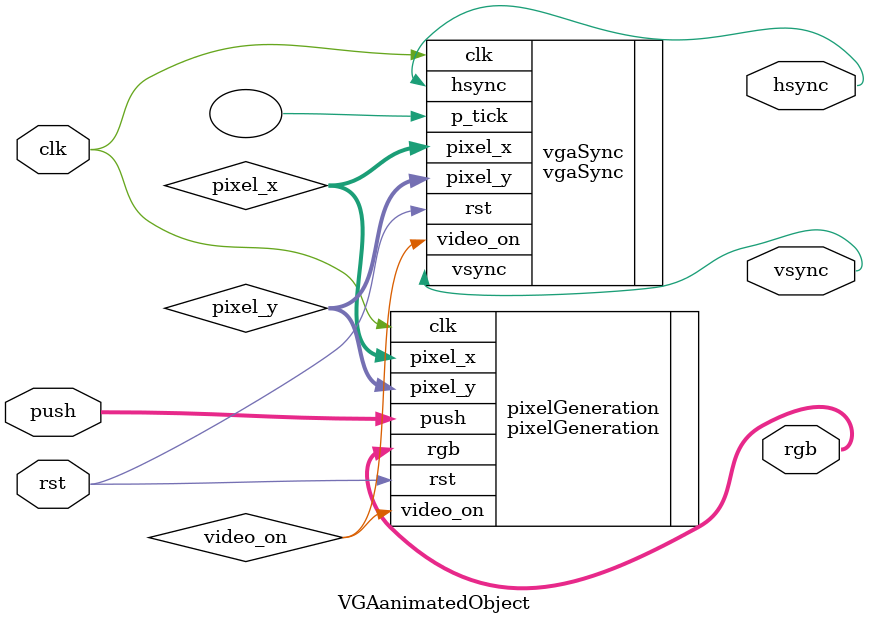
<source format=v>

module VGAanimatedObject(clk, rst, push,	hsync, vsync, rgb);

input clk, rst;
input [3:0] push;
output hsync, vsync;
output [2:0] rgb;

wire video_on;
wire [9:0] pixel_x, pixel_y;


vgaSync vgaSync(.clk(clk), .rst(rst), .hsync(hsync), .vsync(vsync), .video_on(video_on), .p_tick(), .pixel_x(pixel_x), .pixel_y(pixel_y));
pixelGeneration pixelGeneration(.push(push), .clk(clk), .rst(rst), .pixel_x(pixel_x), .pixel_y(pixel_y), .video_on(video_on), .rgb(rgb));

endmodule
</source>
